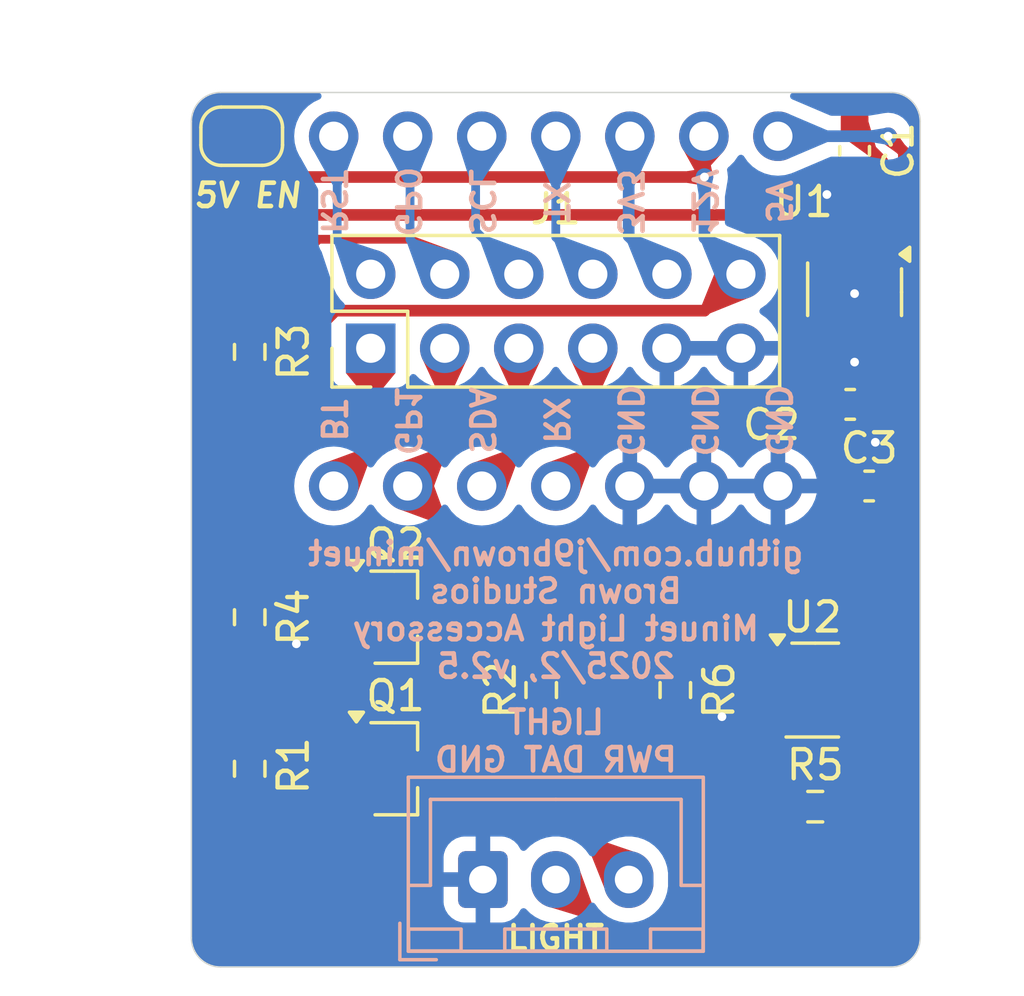
<source format=kicad_pcb>
(kicad_pcb (version 20240108) (generator "pcbnew") (generator_version "8.0")
  (layers (0 "F.Cu" signal) (31 "B.Cu" signal) (34 "B.Paste" user) (35 "F.Paste" user) (36 "B.SilkS" user "B.Silkscreen") (37 "F.SilkS" user "F.Silkscreen") (38 "B.Mask" user) (39 "F.Mask" user) (44 "Edge.Cuts" user))
  (net 0 "")
  (net 1 "+12V")
  (net 2 "GND")
  (net 3 "+5V")
  (net 4 "UART_RXD")
  (net 5 "RESET")
  (net 6 "+3.3V")
  (net 7 "SDA")
  (net 8 "GPIO1")
  (net 9 "SCL")
  (net 10 "UART_TXD")
  (net 11 "BOOT")
  (net 12 "GPIO0")
  (net 13 "Net-(U1-BP)")
  (net 14 "/LOAD")
  (net 15 "Net-(Q1-G)")
  (net 16 "Net-(Q2-B)")
  (net 17 "/DATA")
  (net 18 "Net-(Q2-C)")
  (net 19 "Net-(R5-Pad2)")
  (net 21 "Net-(JP1-A)")
  (footprint "Package_TO_SOT_SMD:SOT-23_Handsoldering" (layer "F.Cu") (at 107 123.2)
    (property "Reference" "Q1" (at 0 -2.5 0) (layer "F.SilkS"))
    (property "Value" "DMG2301L")
    (fp_line (start -0.04 -1.58) (end -0.84 -1.58) (stroke (width 0.12)) (layer "F.SilkS"))
    (fp_line (start -0.04 -1.58) (end 0.76 -1.58) (stroke (width 0.12)) (layer "F.SilkS"))
    (fp_line (start 0.76 -1.58) (end 0.76 -0.65) (stroke (width 0.12)) (layer "F.SilkS"))
    (fp_line (start 0.76 1.58) (end -0.7 1.58) (stroke (width 0.12)) (layer "F.SilkS"))
    (fp_line (start 0.76 1.58) (end 0.76 0.65) (stroke (width 0.12)) (layer "F.SilkS"))
    (fp_poly (pts (xy -1.34 -1.61) (xy -1.58 -1.94) (xy -1.1 -1.94) (xy -1.34 -1.61)) (stroke (width 0.12)) (fill solid) (layer "F.SilkS"))
    (pad "1" smd roundrect (at -1.5 -0.95) (size 1.9 0.8) (layers "F.Cu" "F.Paste" "F.Mask") (net 15 "Net-(Q1-G)"))
    (pad "2" smd roundrect (at -1.5 0.95) (size 1.9 0.8) (layers "F.Cu" "F.Paste" "F.Mask") (net 1 "+12V"))
    (pad "3" smd roundrect (at 1.5 0) (size 1.9 0.8) (layers "F.Cu" "F.Paste" "F.Mask") (net 14 "/LOAD"))
  )
  (footprint "Connector_PinHeader_2.54mm:PinHeader_2x06_P2.54mm_Vertical" (layer "F.Cu") (at 106.15 108.775 90)
    (property "Reference" "J1" (at 4.775 6.35 180) (layer "F.SilkS"))
    (property "Value" "PH2-12-UA")
    (fp_line (start 3.87 -1.33) (end 3.87 14.03) (stroke (width 0.12)) (layer "F.SilkS"))
    (fp_line (start 1.27 -1.33) (end 3.87 -1.33) (stroke (width 0.12)) (layer "F.SilkS"))
    (fp_line (start -1.33 -1.33) (end 0 -1.33) (stroke (width 0.12)) (layer "F.SilkS"))
    (fp_line (start -1.33 0) (end -1.33 -1.33) (stroke (width 0.12)) (layer "F.SilkS"))
    (fp_line (start 1.27 1.27) (end 1.27 -1.33) (stroke (width 0.12)) (layer "F.SilkS"))
    (fp_line (start -1.33 1.27) (end 1.27 1.27) (stroke (width 0.12)) (layer "F.SilkS"))
    (fp_line (start -1.33 1.27) (end -1.33 14.03) (stroke (width 0.12)) (layer "F.SilkS"))
    (fp_line (start -1.33 14.03) (end 3.87 14.03) (stroke (width 0.12)) (layer "F.SilkS"))
    (pad "1" thru_hole rect (at 0 0 90) (size 1.7 1.7) (drill 1) (layers "*.Cu" "*.Mask") (net 11 "BOOT"))
    (pad "2" thru_hole oval (at 2.54 0 90) (size 1.7 1.7) (drill 1) (layers "*.Cu" "*.Mask") (net 5 "RESET"))
    (pad "3" thru_hole oval (at 0 2.54 90) (size 1.7 1.7) (drill 1) (layers "*.Cu" "*.Mask") (net 8 "GPIO1"))
    (pad "4" thru_hole oval (at 2.54 2.54 90) (size 1.7 1.7) (drill 1) (layers "*.Cu" "*.Mask") (net 12 "GPIO0"))
    (pad "5" thru_hole oval (at 0 5.08 90) (size 1.7 1.7) (drill 1) (layers "*.Cu" "*.Mask") (net 7 "SDA"))
    (pad "6" thru_hole oval (at 2.54 5.08 90) (size 1.7 1.7) (drill 1) (layers "*.Cu" "*.Mask") (net 9 "SCL"))
    (pad "7" thru_hole oval (at 0 7.62 90) (size 1.7 1.7) (drill 1) (layers "*.Cu" "*.Mask") (net 4 "UART_RXD"))
    (pad "8" thru_hole oval (at 2.54 7.62 90) (size 1.7 1.7) (drill 1) (layers "*.Cu" "*.Mask") (net 10 "UART_TXD"))
    (pad "9" thru_hole oval (at 0 10.16 90) (size 1.7 1.7) (drill 1) (layers "*.Cu" "*.Mask") (net 2 "GND"))
    (pad "10" thru_hole oval (at 2.54 10.16 90) (size 1.7 1.7) (drill 1) (layers "*.Cu" "*.Mask") (net 6 "+3.3V"))
    (pad "11" thru_hole oval (at 0 12.7 90) (size 1.7 1.7) (drill 1) (layers "*.Cu" "*.Mask") (net 2 "GND"))
    (pad "12" thru_hole oval (at 2.54 12.7 90) (size 1.7 1.7) (drill 1) (layers "*.Cu" "*.Mask") (net 1 "+12V"))
  )
  (footprint "Resistor_SMD:R_0603_1608Metric_Pad0.98x0.95mm_HandSolder" (layer "F.Cu") (at 116.6 120.5 90)
    (property "Reference" "R6" (at 0 1.5 90) (layer "F.SilkS"))
    (property "Value" "100K")
    (fp_line (start -0.254724 -0.5225) (end 0.254724 -0.5225) (stroke (width 0.12)) (layer "F.SilkS"))
    (fp_line (start -0.254724 0.5225) (end 0.254724 0.5225) (stroke (width 0.12)) (layer "F.SilkS"))
    (pad "1" smd roundrect (at -0.9125 0 90) (size 0.975 0.95) (layers "F.Cu" "F.Paste" "F.Mask") (net 2 "GND"))
    (pad "2" smd roundrect (at 0.9125 0 90) (size 0.975 0.95) (layers "F.Cu" "F.Paste" "F.Mask") (net 8 "GPIO1"))
  )
  (footprint "Package_TO_SOT_SMD:SOT-23-5_HandSoldering" (layer "F.Cu") (at 121.3 120.5)
    (property "Reference" "U2" (at 0 -2.5 0) (layer "F.SilkS"))
    (property "Value" "SN74LVC1G17DBVR")
    (fp_line (start -0.9 1.61) (end 0.9 1.61) (stroke (width 0.12)) (layer "F.SilkS"))
    (fp_line (start 0.1 -1.61) (end -0.7 -1.61) (stroke (width 0.12)) (layer "F.SilkS"))
    (fp_line (start 0.1 -1.61) (end 0.9 -1.61) (stroke (width 0.12)) (layer "F.SilkS"))
    (fp_poly (pts (xy -1.2 -1.56) (xy -1.44 -1.89) (xy -0.96 -1.89) (xy -1.2 -1.56)) (stroke (width 0.12)) (fill solid) (layer "F.SilkS"))
    (pad "1" smd roundrect (at -1.35 -0.95) (size 1.56 0.65) (layers "F.Cu" "F.Paste" "F.Mask"))
    (pad "2" smd roundrect (at -1.35 0) (size 1.56 0.65) (layers "F.Cu" "F.Paste" "F.Mask") (net 8 "GPIO1"))
    (pad "3" smd roundrect (at -1.35 0.95) (size 1.56 0.65) (layers "F.Cu" "F.Paste" "F.Mask") (net 2 "GND"))
    (pad "4" smd roundrect (at 1.35 0.95) (size 1.56 0.65) (layers "F.Cu" "F.Paste" "F.Mask") (net 19 "Net-(R5-Pad2)"))
    (pad "5" smd roundrect (at 1.35 -0.95) (size 1.56 0.65) (layers "F.Cu" "F.Paste" "F.Mask") (net 3 "+5V"))
  )
  (footprint "Jumper:SolderJumper-2_P1.3mm_Bridged_RoundedPad1.0x1.5mm" (layer "F.Cu") (at 101.724999 101.5)
    (property "Reference" "JP1" (hide yes))
    (property "Value" "SolderJumper_2_Open")
    (fp_poly (pts (xy 0.25 -0.3) (xy -0.25 -0.3) (xy -0.25 0.3) (xy 0.25 0.3)) (fill solid) (layer "F.Cu"))
    (fp_line (start -1.4 0.3) (end -1.4 -0.3) (stroke (width 0.12)) (layer "F.SilkS"))
    (fp_line (start -0.7 -1) (end 0.7 -1) (stroke (width 0.12)) (layer "F.SilkS"))
    (fp_line (start 0.7 1) (end -0.7 1) (stroke (width 0.12)) (layer "F.SilkS"))
    (fp_line (start 1.4 -0.3) (end 1.4 0.3) (stroke (width 0.12)) (layer "F.SilkS"))
    (fp_arc (start -1.4 -0.3) (mid -1.194975 -0.794975) (end -0.7 -1) (stroke (width 0.12)) (layer "F.SilkS"))
    (fp_arc (start -0.7 1) (mid -1.194975 0.794975) (end -1.4 0.3) (stroke (width 0.12)) (layer "F.SilkS"))
    (fp_arc (start 0.7 -1) (mid 1.194975 -0.794975) (end 1.4 -0.3) (stroke (width 0.12)) (layer "F.SilkS"))
    (fp_arc (start 1.4 0.3) (mid 1.194975 0.794975) (end 0.7 1) (stroke (width 0.12)) (layer "F.SilkS"))
    (pad "1" smd custom (at -0.65 0) (size 1 0.5) (layers "F.Cu" "F.Mask") (net 21 "Net-(JP1-A)") (options (clearance outline) (anchor rect)) (primitives (gr_circle (center 0 0.25) (end 0.5 0.25) (width 0) (fill yes)) (gr_circle (center 0 -0.25) (end 0.5 -0.25) (width 0) (fill yes)) (gr_poly (pts (xy 0.5 0.75) (xy 0 0.75) (xy 0 -0.75) (xy 0.5 -0.75)) (width 0) (fill yes))))
    (pad "2" smd custom (at 0.65 0) (size 1 0.5) (layers "F.Cu" "F.Mask") (net 1 "+12V") (options (clearance outline) (anchor rect)) (primitives (gr_circle (center 0 0.25) (end 0.5 0.25) (width 0) (fill yes)) (gr_circle (center 0 -0.25) (end 0.5 -0.25) (width 0) (fill yes)) (gr_poly (pts (xy 0 0.75) (xy -0.5 0.75) (xy -0.5 -0.75) (xy 0 -0.75)) (width 0) (fill yes))))
  )
  (footprint "Capacitor_SMD:C_0603_1608Metric_Pad1.08x0.95mm_HandSolder" (layer "F.Cu") (at 123.25 113.5)
    (property "Reference" "C3" (at 0 -1.3 0) (layer "F.SilkS"))
    (property "Value" "2.2u")
    (fp_line (start -0.146267 -0.51) (end 0.146267 -0.51) (stroke (width 0.12)) (layer "F.SilkS"))
    (fp_line (start -0.146267 0.51) (end 0.146267 0.51) (stroke (width 0.12)) (layer "F.SilkS"))
    (pad "1" smd roundrect (at -0.8625 0) (size 1.075 0.95) (layers "F.Cu" "F.Paste" "F.Mask") (net 2 "GND"))
    (pad "2" smd roundrect (at 0.8625 0) (size 1.075 0.95) (layers "F.Cu" "F.Paste" "F.Mask") (net 3 "+5V"))
  )
  (footprint "Resistor_SMD:R_0603_1608Metric_Pad0.98x0.95mm_HandSolder" (layer "F.Cu") (at 102 123.2 90)
    (property "Reference" "R1" (at 0.1 1.5 90) (layer "F.SilkS"))
    (property "Value" "10K")
    (fp_line (start -0.254724 -0.5225) (end 0.254724 -0.5225) (stroke (width 0.12)) (layer "F.SilkS"))
    (fp_line (start -0.254724 0.5225) (end 0.254724 0.5225) (stroke (width 0.12)) (layer "F.SilkS"))
    (pad "1" smd roundrect (at -0.9125 0 90) (size 0.975 0.95) (layers "F.Cu" "F.Paste" "F.Mask") (net 1 "+12V"))
    (pad "2" smd roundrect (at 0.9125 0 90) (size 0.975 0.95) (layers "F.Cu" "F.Paste" "F.Mask") (net 15 "Net-(Q1-G)"))
  )
  (footprint "Capacitor_SMD:C_0603_1608Metric_Pad1.08x0.95mm_HandSolder" (layer "F.Cu") (at 122.6 110.7 180)
    (property "Reference" "C2" (at 2.7 -0.7 0) (layer "F.SilkS"))
    (property "Value" "10n")
    (fp_line (start -0.146267 0.51) (end 0.146267 0.51) (stroke (width 0.12)) (layer "F.SilkS"))
    (fp_line (start -0.146267 -0.51) (end 0.146267 -0.51) (stroke (width 0.12)) (layer "F.SilkS"))
    (pad "1" smd roundrect (at -0.8625 0 180) (size 1.075 0.95) (layers "F.Cu" "F.Paste" "F.Mask") (net 2 "GND"))
    (pad "2" smd roundrect (at 0.8625 0 180) (size 1.075 0.95) (layers "F.Cu" "F.Paste" "F.Mask") (net 13 "Net-(U1-BP)"))
  )
  (footprint "Package_TO_SOT_SMD:SOT-23-5_HandSoldering" (layer "F.Cu") (at 122.75 106.75 -90)
    (property "Reference" "U1" (at -3 1.75 180) (layer "F.SilkS"))
    (property "Value" "LP2985-50DBVR")
    (fp_line (start -0.9 1.61) (end 0.9 1.61) (stroke (width 0.12)) (layer "F.SilkS"))
    (fp_line (start 0.1 -1.61) (end -0.7 -1.61) (stroke (width 0.12)) (layer "F.SilkS"))
    (fp_line (start 0.1 -1.61) (end 0.9 -1.61) (stroke (width 0.12)) (layer "F.SilkS"))
    (fp_poly (pts (xy -1.2 -1.56) (xy -1.44 -1.89) (xy -0.96 -1.89) (xy -1.2 -1.56)) (stroke (width 0.12)) (fill solid) (layer "F.SilkS"))
    (pad "1" smd roundrect (at -1.35 -0.95 270) (size 1.56 0.65) (layers "F.Cu" "F.Paste" "F.Mask") (net 21 "Net-(JP1-A)"))
    (pad "2" smd roundrect (at -1.35 0 270) (size 1.56 0.65) (layers "F.Cu" "F.Paste" "F.Mask") (net 2 "GND"))
    (pad "3" smd roundrect (at -1.35 0.95 270) (size 1.56 0.65) (layers "F.Cu" "F.Paste" "F.Mask") (net 21 "Net-(JP1-A)"))
    (pad "4" smd roundrect (at 1.35 0.95 270) (size 1.56 0.65) (layers "F.Cu" "F.Paste" "F.Mask") (net 13 "Net-(U1-BP)"))
    (pad "5" smd roundrect (at 1.35 -0.95 270) (size 1.56 0.65) (layers "F.Cu" "F.Paste" "F.Mask") (net 3 "+5V"))
  )
  (footprint "Package_TO_SOT_SMD:SOT-23_Handsoldering" (layer "F.Cu") (at 107 118)
    (property "Reference" "Q2" (at 0 -2.5 0) (layer "F.SilkS"))
    (property "Value" "MMBT3904")
    (fp_line (start -0.04 -1.58) (end -0.84 -1.58) (stroke (width 0.12)) (layer "F.SilkS"))
    (fp_line (start -0.04 -1.58) (end 0.76 -1.58) (stroke (width 0.12)) (layer "F.SilkS"))
    (fp_line (start 0.76 -1.58) (end 0.76 -0.65) (stroke (width 0.12)) (layer "F.SilkS"))
    (fp_line (start 0.76 1.58) (end -0.7 1.58) (stroke (width 0.12)) (layer "F.SilkS"))
    (fp_line (start 0.76 1.58) (end 0.76 0.65) (stroke (width 0.12)) (layer "F.SilkS"))
    (fp_poly (pts (xy -1.34 -1.61) (xy -1.58 -1.94) (xy -1.1 -1.94) (xy -1.34 -1.61)) (stroke (width 0.12)) (fill solid) (layer "F.SilkS"))
    (pad "1" smd roundrect (at -1.5 -0.95) (size 1.9 0.8) (layers "F.Cu" "F.Paste" "F.Mask") (net 16 "Net-(Q2-B)"))
    (pad "2" smd roundrect (at -1.5 0.95) (size 1.9 0.8) (layers "F.Cu" "F.Paste" "F.Mask") (net 2 "GND"))
    (pad "3" smd roundrect (at 1.5 0) (size 1.9 0.8) (layers "F.Cu" "F.Paste" "F.Mask") (net 18 "Net-(Q2-C)"))
  )
  (footprint "Resistor_SMD:R_0603_1608Metric_Pad0.98x0.95mm_HandSolder" (layer "F.Cu") (at 102 108.9 90)
    (property "Reference" "R3" (at 0 1.5 90) (layer "F.SilkS"))
    (property "Value" "10K")
    (fp_line (start -0.254724 -0.5225) (end 0.254724 -0.5225) (stroke (width 0.12)) (layer "F.SilkS"))
    (fp_line (start -0.254724 0.5225) (end 0.254724 0.5225) (stroke (width 0.12)) (layer "F.SilkS"))
    (pad "1" smd roundrect (at -0.9125 0 90) (size 0.975 0.95) (layers "F.Cu" "F.Paste" "F.Mask") (net 16 "Net-(Q2-B)"))
    (pad "2" smd roundrect (at 0.9125 0 90) (size 0.975 0.95) (layers "F.Cu" "F.Paste" "F.Mask") (net 12 "GPIO0"))
  )
  (footprint "Resistor_SMD:R_0603_1608Metric_Pad0.98x0.95mm_HandSolder" (layer "F.Cu") (at 102 118 90)
    (property "Reference" "R4" (at 0 1.5 90) (layer "F.SilkS"))
    (property "Value" "100K")
    (fp_line (start -0.254724 -0.5225) (end 0.254724 -0.5225) (stroke (width 0.12)) (layer "F.SilkS"))
    (fp_line (start -0.254724 0.5225) (end 0.254724 0.5225) (stroke (width 0.12)) (layer "F.SilkS"))
    (pad "1" smd roundrect (at -0.9125 0 90) (size 0.975 0.95) (layers "F.Cu" "F.Paste" "F.Mask") (net 2 "GND"))
    (pad "2" smd roundrect (at 0.9125 0 90) (size 0.975 0.95) (layers "F.Cu" "F.Paste" "F.Mask") (net 16 "Net-(Q2-B)"))
  )
  (footprint "Capacitor_SMD:C_0603_1608Metric_Pad1.08x0.95mm_HandSolder" (layer "F.Cu") (at 122.75 102 -90)
    (property "Reference" "C1" (at 0 -1.5 90) (layer "F.SilkS"))
    (property "Value" "1u")
    (fp_line (start -0.146267 0.51) (end 0.146267 0.51) (stroke (width 0.12)) (layer "F.SilkS"))
    (fp_line (start -0.146267 -0.51) (end 0.146267 -0.51) (stroke (width 0.12)) (layer "F.SilkS"))
    (pad "1" smd roundrect (at -0.8625 0 270) (size 1.075 0.95) (layers "F.Cu" "F.Paste" "F.Mask") (net 21 "Net-(JP1-A)"))
    (pad "2" smd roundrect (at 0.8625 0 270) (size 1.075 0.95) (layers "F.Cu" "F.Paste" "F.Mask") (net 2 "GND"))
  )
  (footprint "Resistor_SMD:R_0603_1608Metric_Pad0.98x0.95mm_HandSolder" (layer "F.Cu") (at 112 120.5 -90)
    (property "Reference" "R2" (at 0 1.4 90) (layer "F.SilkS"))
    (property "Value" "10K")
    (fp_line (start -0.254724 0.5225) (end 0.254724 0.5225) (stroke (width 0.12)) (layer "F.SilkS"))
    (fp_line (start -0.254724 -0.5225) (end 0.254724 -0.5225) (stroke (width 0.12)) (layer "F.SilkS"))
    (pad "1" smd roundrect (at -0.9125 0 270) (size 0.975 0.95) (layers "F.Cu" "F.Paste" "F.Mask") (net 18 "Net-(Q2-C)"))
    (pad "2" smd roundrect (at 0.9125 0 270) (size 0.975 0.95) (layers "F.Cu" "F.Paste" "F.Mask") (net 15 "Net-(Q1-G)"))
  )
  (footprint "Resistor_SMD:R_0603_1608Metric_Pad0.98x0.95mm_HandSolder" (layer "F.Cu") (at 121.4 124.5)
    (property "Reference" "R5" (at 0 -1.43 0) (layer "F.SilkS"))
    (property "Value" "33")
    (fp_line (start -0.254724 -0.5225) (end 0.254724 -0.5225) (stroke (width 0.12)) (layer "F.SilkS"))
    (fp_line (start -0.254724 0.5225) (end 0.254724 0.5225) (stroke (width 0.12)) (layer "F.SilkS"))
    (pad "1" smd roundrect (at -0.9125 0) (size 0.975 0.95) (layers "F.Cu" "F.Paste" "F.Mask") (net 17 "/DATA"))
    (pad "2" smd roundrect (at 0.9125 0) (size 0.975 0.95) (layers "F.Cu" "F.Paste" "F.Mask") (net 19 "Net-(R5-Pad2)"))
  )
  (footprint "Generic:Pins_1x07" (layer "B.Cu") (at 104.88 113.5 -90)
    (property "Reference" "J2" (hide yes))
    (property "Value" "Conn_01x07")
    (pad "1" thru_hole circle (at 0 0 270) (size 1.7 1.7) (drill 1) (layers "*.Cu" "*.Mask") (net 11 "BOOT"))
    (pad "2" thru_hole oval (at 0 -2.54 270) (size 1.7 1.7) (drill 1) (layers "*.Cu" "*.Mask") (net 8 "GPIO1"))
    (pad "3" thru_hole oval (at 0 -5.079999 270) (size 1.7 1.7) (drill 1) (layers "*.Cu" "*.Mask") (net 7 "SDA"))
    (pad "4" thru_hole oval (at 0 -7.62 270) (size 1.7 1.7) (drill 1) (layers "*.Cu" "*.Mask") (net 4 "UART_RXD"))
    (pad "5" thru_hole oval (at 0 -10.16 270) (size 1.7 1.7) (drill 1) (layers "*.Cu" "*.Mask") (net 2 "GND"))
    (pad "6" thru_hole oval (at 0 -12.7 270) (size 1.7 1.7) (drill 1) (layers "*.Cu" "*.Mask") (net 2 "GND"))
    (pad "7" thru_hole oval (at 0 -15.24 270) (size 1.7 1.7) (drill 1) (layers "*.Cu" "*.Mask") (net 2 "GND"))
  )
  (footprint "Connector_JST:JST_XH_B3B-XH-A_1x03_P2.50mm_Vertical" (layer "B.Cu") (at 110 127)
    (property "Reference" "J4" (hide yes))
    (property "Value" "B3B-XH-A")
    (fp_line (start -2.85 1.5) (end -2.85 2.75) (stroke (width 0.12)) (layer "B.SilkS"))
    (fp_line (start -2.85 2.75) (end -1.6 2.75) (stroke (width 0.12)) (layer "B.SilkS"))
    (fp_line (start -2.56 -3.51) (end -2.56 2.46) (stroke (width 0.12)) (layer "B.SilkS"))
    (fp_line (start -2.56 2.46) (end 7.56 2.46) (stroke (width 0.12)) (layer "B.SilkS"))
    (fp_line (start -2.55 1.7) (end -2.55 2.45) (stroke (width 0.12)) (layer "B.SilkS"))
    (fp_line (start -2.55 2.45) (end -0.75 2.45) (stroke (width 0.12)) (layer "B.SilkS"))
    (fp_line (start -1.8 -2.75) (end -1.8 0.2) (stroke (width 0.12)) (layer "B.SilkS"))
    (fp_line (start -1.8 0.2) (end -2.55 0.2) (stroke (width 0.12)) (layer "B.SilkS"))
    (fp_line (start -0.75 1.7) (end -2.55 1.7) (stroke (width 0.12)) (layer "B.SilkS"))
    (fp_line (start -0.75 2.45) (end -0.75 1.7) (stroke (width 0.12)) (layer "B.SilkS"))
    (fp_line (start 0.75 1.7) (end 0.75 2.45) (stroke (width 0.12)) (layer "B.SilkS"))
    (fp_line (start 0.75 2.45) (end 4.25 2.45) (stroke (width 0.12)) (layer "B.SilkS"))
    (fp_line (start 2.5 -2.75) (end -1.8 -2.75) (stroke (width 0.12)) (layer "B.SilkS"))
    (fp_line (start 2.5 -2.75) (end 6.8 -2.75) (stroke (width 0.12)) (layer "B.SilkS"))
    (fp_line (start 4.25 1.7) (end 0.75 1.7) (stroke (width 0.12)) (layer "B.SilkS"))
    (fp_line (start 4.25 2.45) (end 4.25 1.7) (stroke (width 0.12)) (layer "B.SilkS"))
    (fp_line (start 5.75 1.7) (end 5.75 2.45) (stroke (width 0.12)) (layer "B.SilkS"))
    (fp_line (start 5.75 2.45) (end 7.55 2.45) (stroke (width 0.12)) (layer "B.SilkS"))
    (fp_line (start 6.8 -2.75) (end 6.8 0.2) (stroke (width 0.12)) (layer "B.SilkS"))
    (fp_line (start 6.8 0.2) (end 7.55 0.2) (stroke (width 0.12)) (layer "B.SilkS"))
    (fp_line (start 7.55 1.7) (end 5.75 1.7) (stroke (width 0.12)) (layer "B.SilkS"))
    (fp_line (start 7.55 2.45) (end 7.55 1.7) (stroke (width 0.12)) (layer "B.SilkS"))
    (fp_line (start 7.56 -3.51) (end -2.56 -3.51) (stroke (width 0.12)) (layer "B.SilkS"))
    (fp_line (start 7.56 2.46) (end 7.56 -3.51) (stroke (width 0.12)) (layer "B.SilkS"))
    (pad "1" thru_hole roundrect (at 0 0) (size 1.7 1.95) (drill 0.95) (layers "*.Cu" "*.Mask") (roundrect_rratio 0.147059) (net 2 "GND"))
    (pad "2" thru_hole oval (at 2.5 0) (size 1.7 1.95) (drill 0.95) (layers "*.Cu" "*.Mask") (net 17 "/DATA"))
    (pad "3" thru_hole oval (at 5 0) (size 1.7 1.95) (drill 0.95) (layers "*.Cu" "*.Mask") (net 14 "/LOAD"))
  )
  (footprint "Generic:Pins_1x07" (layer "B.Cu") (at 104.88 101.5 -90)
    (property "Reference" "J3" (hide yes))
    (property "Value" "Conn_01x07")
    (pad "1" thru_hole circle (at 0 0 270) (size 1.7 1.7) (drill 1) (layers "*.Cu" "*.Mask") (net 5 "RESET"))
    (pad "2" thru_hole oval (at 0 -2.54 270) (size 1.7 1.7) (drill 1) (layers "*.Cu" "*.Mask") (net 12 "GPIO0"))
    (pad "3" thru_hole oval (at 0 -5.079999 270) (size 1.7 1.7) (drill 1) (layers "*.Cu" "*.Mask") (net 9 "SCL"))
    (pad "4" thru_hole oval (at 0 -7.62 270) (size 1.7 1.7) (drill 1) (layers "*.Cu" "*.Mask") (net 10 "UART_TXD"))
    (pad "5" thru_hole oval (at 0 -10.16 270) (size 1.7 1.7) (drill 1) (layers "*.Cu" "*.Mask") (net 6 "+3.3V"))
    (pad "6" thru_hole oval (at 0 -12.7 270) (size 1.7 1.7) (drill 1) (layers "*.Cu" "*.Mask") (net 1 "+12V"))
    (pad "7" thru_hole oval (at 0 -15.24 270) (size 1.7 1.7) (drill 1) (layers "*.Cu" "*.Mask") (net 3 "+5V"))
  )
  (gr_arc (start 125 129) (mid 124.707107 129.707107) (end 124 130) (stroke (width 0.05)) (layer "Edge.Cuts"))
  (gr_arc (start 101 130) (mid 100.292893 129.707107) (end 100 129) (stroke (width 0.05)) (layer "Edge.Cuts"))
  (gr_arc (start 124 100) (mid 124.707107 100.292893) (end 125 101) (stroke (width 0.05)) (layer "Edge.Cuts"))
  (gr_line (start 100 129) (end 100 101) (stroke (width 0.05)) (layer "Edge.Cuts"))
  (gr_line (start 124 130) (end 101 130) (stroke (width 0.05)) (layer "Edge.Cuts"))
  (gr_arc (start 100 101) (mid 100.292893 100.292893) (end 101 100) (stroke (width 0.05)) (layer "Edge.Cuts"))
  (gr_line (start 101 100) (end 124 100) (stroke (width 0.05)) (layer "Edge.Cuts"))
  (gr_line (start 125 101) (end 125 129) (stroke (width 0.05)) (layer "Edge.Cuts"))
  (gr_text "github.com/j9brown/minuet\nBrown Studios\nMinuet Light Accessory\n2025/2, v2.5" (at 112.5 117.75 0) (layer "B.SilkS") (effects (font (size 0.8 0.8) (thickness 0.16) (bold yes)) (justify mirror)))
  (gr_text "GND\n\nGND\n\nGND\n\nRX\n\nSDA\n\nGP1\n\nBT" (at 112.5 111.25 270) (layer "B.SilkS") (effects (font (size 0.79 0.8) (thickness 0.158) (bold yes)) (justify mirror)))
  (gr_text "5V\n\n12V\n\n3V3\n\nTX\n\nSCL\n\nGP0\n\nRST" (at 112.5 103.75 270) (layer "B.SilkS") (effects (font (size 0.79 0.8) (thickness 0.158) (bold yes)) (justify mirror)))
  (gr_text "LIGHT\nPWR DAT GND" (at 112.5 122.25 0) (layer "B.SilkS") (effects (font (size 0.8 0.8) (thickness 0.16) (bold yes)) (justify mirror)))
  (gr_text "LIGHT" (at 112.5 129 0) (layer "F.SilkS") (effects (font (size 0.8 0.8) (thickness 0.16) (bold yes))))
  (gr_text "5V EN" (at 100 104 0) (layer "F.SilkS") (effects (font (size 0.8 0.8) (thickness 0.16) (bold yes) (italic yes)) (justify left bottom)))
  (segment (start 117.58 101.5) (end 117.58 102.9) (width 0.4) (layer "F.Cu") (net 1))
  (segment (start 101.491858 108.875) (end 103.55 108.875) (width 0.4) (layer "F.Cu") (net 1))
  (segment (start 117.6 107.485) (end 118.85 106.235) (width 0.4) (layer "F.Cu") (net 1))
  (segment (start 102 124.1125) (end 105.4625 124.1125) (width 0.4) (layer "F.Cu") (net 1))
  (segment (start 100.7 122.8125) (end 100.7 109.666858) (width 0.4) (layer "F.Cu") (net 1))
  (segment (start 103.55 108.875) (end 104.94 107.485) (width 0.4) (layer "F.Cu") (net 1))
  (segment (start 102.374999 101.5) (end 102.374999 102.374999) (width 0.4) (layer "F.Cu") (net 1))
  (segment (start 102.9 102.9) (end 117.58 102.9) (width 0.4) (layer "F.Cu") (net 1))
  (segment (start 102.374999 102.374999) (end 102.9 102.9) (width 0.4) (layer "F.Cu") (net 1))
  (segment (start 100.7 109.666858) (end 101.491858 108.875) (width 0.4) (layer "F.Cu") (net 1))
  (segment (start 117.6 102.9) (end 117.58 102.9) (width 0.4) (layer "F.Cu") (net 1))
  (segment (start 102 124.1125) (end 100.7 122.8125) (width 0.4) (layer "F.Cu") (net 1))
  (segment (start 104.94 107.485) (end 117.6 107.485) (width 0.4) (layer "F.Cu") (net 1))
  (via (at 117.6 102.9) (size 0.6) (drill 0.3) (layers "F.Cu" "B.Cu") (net 1))
  (segment (start 117.6 102.9) (end 117.6 104.985) (width 0.4) (layer "B.Cu") (net 1))
  (segment (start 117.6 104.985) (end 118.85 106.235) (width 0.4) (layer "B.Cu") (net 1))
  (segment (start 102 118.9125) (end 103.6 118.9125) (width 0.4) (layer "F.Cu") (net 2))
  (segment (start 122.75 109.25) (end 122.75 106.9) (width 0.4) (layer "F.Cu") (net 2))
  (segment (start 103.6 118.9125) (end 105.4625 118.9125) (width 0.4) (layer "F.Cu") (net 2))
  (segment (start 122.75 109.9875) (end 123.4625 110.7) (width 0.4) (layer "F.Cu") (net 2))
  (segment (start 118.2 121.4125) (end 119.9125 121.4125) (width 0.4) (layer "F.Cu") (net 2))
  (segment (start 122.75 109.25) (end 122.75 109.9875) (width 0.4) (layer "F.Cu") (net 2))
  (segment (start 123.4625 112) (end 123.4625 112.425) (width 0.4) (layer "F.Cu") (net 2))
  (segment (start 122.75 102.8625) (end 122.4375 102.8625) (width 0.4) (layer "F.Cu") (net 2))
  (segment (start 122.4375 102.8625) (end 121.8 103.5) (width 0.4) (layer "F.Cu") (net 2))
  (segment (start 123.4625 112.425) (end 122.3875 113.5) (width 0.4) (layer "F.Cu") (net 2))
  (segment (start 123.4625 110.7) (end 123.4625 112) (width 0.4) (layer "F.Cu") (net 2))
  (segment (start 122.75 105.4) (end 122.75 106.9) (width 0.4) (layer "F.Cu") (net 2))
  (segment (start 116.6 121.4125) (end 118.2 121.4125) (width 0.4) (layer "F.Cu") (net 2))
  (via (at 103.6 118.9125) (size 0.6) (drill 0.3) (layers "F.Cu" "B.Cu") (net 2))
  (via (at 122.75 106.9) (size 0.6) (drill 0.3) (layers "F.Cu" "B.Cu") (net 2))
  (via (at 118.2 121.4125) (size 0.6) (drill 0.3) (layers "F.Cu" "B.Cu") (net 2))
  (via (at 122.75 109.25) (size 0.6) (drill 0.3) (layers "F.Cu" "B.Cu") (net 2))
  (via (at 123.4625 112) (size 0.6) (drill 0.3) (layers "F.Cu" "B.Cu") (net 2))
  (via (at 121.8 103.5) (size 0.6) (drill 0.3) (layers "F.Cu" "B.Cu") (net 2))
  (segment (start 124.44 108.1) (end 124.44 102.04001) (width 0.4) (layer "F.Cu") (net 3))
  (segment (start 122.65 119.55) (end 124.1125 118.0875) (width 0.4) (layer "F.Cu") (net 3))
  (segment (start 124.1125 118.0875) (end 124.1125 113.5) (width 0.4) (layer "F.Cu") (net 3))
  (segment (start 123.7 108.1) (end 124.44 108.1) (width 0.4) (layer "F.Cu") (net 3))
  (segment (start 124.44 113.1725) (end 124.1125 113.5) (width 0.4) (layer "F.Cu") (net 3))
  (segment (start 124.44 108.1) (end 124.44 113.1725) (width 0.4) (layer "F.Cu") (net 3))
  (segment (start 124.44 102.04001) (end 123.89999 101.5) (width 0.4) (layer "F.Cu") (net 3))
  (via (at 123.89999 101.5) (size 0.6) (drill 0.3) (layers "F.Cu" "B.Cu") (net 3))
  (segment (start 120.12 101.5) (end 123.89999 101.5) (width 0.4) (layer "B.Cu") (net 3))
  (segment (start 113.77 108.775) (end 113.77 112.23) (width 0.3) (layer "F.Cu") (net 4))
  (segment (start 113.77 112.23) (end 112.5 113.5) (width 0.3) (layer "F.Cu") (net 4))
  (segment (start 106.15 106.235) (end 105 105.085) (width 0.3) (layer "B.Cu") (net 5))
  (segment (start 105 105.085) (end 105 101.62) (width 0.3) (layer "B.Cu") (net 5))
  (segment (start 116.31 106.235) (end 115 104.925) (width 0.4) (layer "B.Cu") (net 6))
  (segment (start 115 104.925) (end 115 101.54) (width 0.4) (layer "B.Cu") (net 6))
  (segment (start 111.229999 108.775) (end 111.229999 112.23) (width 0.3) (layer "F.Cu") (net 7))
  (segment (start 111.229999 112.23) (end 109.959999 113.5) (width 0.3) (layer "F.Cu") (net 7))
  (segment (start 109.22 115.3) (end 112.3125 115.3) (width 0.3) (layer "F.Cu") (net 8))
  (segment (start 107.42 113.5) (end 109.22 115.3) (width 0.3) (layer "F.Cu") (net 8))
  (segment (start 108.69 108.775) (end 108.69 112.23) (width 0.3) (layer "F.Cu") (net 8))
  (segment (start 117.5125 120.5) (end 119.95 120.5) (width 0.3) (layer "F.Cu") (net 8))
  (segment (start 116.6 119.5875) (end 117.5125 120.5) (width 0.3) (layer "F.Cu") (net 8))
  (segment (start 112.3125 115.3) (end 116.6 119.5875) (width 0.3) (layer "F.Cu") (net 8))
  (segment (start 108.69 112.23) (end 107.42 113.5) (width 0.3) (layer "F.Cu") (net 8))
  (segment (start 111.23 106.235) (end 109.75 104.755) (width 0.3) (layer "B.Cu") (net 9))
  (segment (start 109.75 104.755) (end 109.75 101.709999) (width 0.3) (layer "B.Cu") (net 9))
  (segment (start 113.77 106.235) (end 112.5 104.965) (width 0.3) (layer "B.Cu") (net 10))
  (segment (start 112.5 104.965) (end 112.5 101.5) (width 0.3) (layer "B.Cu") (net 10))
  (segment (start 106.15 112.23) (end 104.88 113.5) (width 0.3) (layer "F.Cu") (net 11))
  (segment (start 106.15 108.775) (end 106.15 112.23) (width 0.3) (layer "F.Cu") (net 11))
  (segment (start 102 107.4) (end 102 107.9875) (width 0.3) (layer "F.Cu") (net 12))
  (segment (start 104.365 105.035) (end 102 107.4) (width 0.3) (layer "F.Cu") (net 12))
  (segment (start 108.69 106.235) (end 107.49 105.035) (width 0.3) (layer "F.Cu") (net 12))
  (segment (start 107.49 105.035) (end 104.365 105.035) (width 0.3) (layer "F.Cu") (net 12))
  (segment (start 108.69 106.235) (end 107.5 105.045) (width 0.3) (layer "B.Cu") (net 12))
  (segment (start 107.5 105.045) (end 107.5 101.58) (width 0.3) (layer "B.Cu") (net 12))
  (segment (start 121.8 108.1) (end 121.8 110.6375) (width 0.4) (layer "F.Cu") (net 13))
  (segment (start 115 127) (end 111.2 123.2) (width 0.4) (layer "F.Cu") (net 14))
  (segment (start 111.2 123.2) (end 108.5 123.2) (width 0.4) (layer "F.Cu") (net 14))
  (segment (start 106.3375 121.4125) (end 112 121.4125) (width 0.3) (layer "F.Cu") (net 15))
  (segment (start 102 122.2875) (end 105.4625 122.2875) (width 0.3) (layer "F.Cu") (net 15))
  (segment (start 105.5 122.25) (end 106.3375 121.4125) (width 0.3) (layer "F.Cu") (net 15))
  (segment (start 102 109.8125) (end 102 117.0875) (width 0.3) (layer "F.Cu") (net 16))
  (segment (start 102 117.0875) (end 105.4625 117.0875) (width 0.3) (layer "F.Cu") (net 16))
  (segment (start 112.5 127) (end 114.2 128.7) (width 0.3) (layer "F.Cu") (net 17))
  (segment (start 114.2 128.7) (end 115.9 128.7) (width 0.3) (layer "F.Cu") (net 17))
  (segment (start 120.4875 124.5) (end 120.1 124.5) (width 0.3) (layer "F.Cu") (net 17))
  (segment (start 120.1 124.5) (end 115.9 128.7) (width 0.3) (layer "F.Cu") (net 17))
  (segment (start 110.4125 118) (end 112 119.5875) (width 0.3) (layer "F.Cu") (net 18))
  (segment (start 108.5 118) (end 110.4125 118) (width 0.3) (layer "F.Cu") (net 18))
  (segment (start 122.65 121.45) (end 122.3125 121.7875) (width 0.3) (layer "F.Cu") (net 19))
  (segment (start 122.3125 121.7875) (end 122.3125 124.5) (width 0.3) (layer "F.Cu") (net 19))
  (segment (start 102.1 104.2) (end 121.8 104.2) (width 0.4) (layer "F.Cu") (net 21))
  (segment (start 123.7 105.4) (end 123.7 104.620001) (width 0.4) (layer "F.Cu") (net 21))
  (segment (start 122.75 101.1375) (end 122.75 101.416858) (width 0.4) (layer "F.Cu") (net 21))
  (segment (start 123.279999 104.2) (end 121.8 104.2) (width 0.4) (layer "F.Cu") (net 21))
  (segment (start 122.75 101.416858) (end 123.7 102.366858) (width 0.4) (layer "F.Cu") (net 21))
  (segment (start 123.7 102.366858) (end 123.7 105.4) (width 0.4) (layer "F.Cu") (net 21))
  (segment (start 121.8 105.4) (end 121.8 104.2) (width 0.4) (layer "F.Cu") (net 21))
  (segment (start 101.074999 101.5) (end 101.074999 103.174999) (width 0.4) (layer "F.Cu") (net 21))
  (segment (start 101.074999 103.174999) (end 102.1 104.2) (width 0.4) (layer "F.Cu") (net 21))
  (segment (start 123.7 104.620001) (end 123.279999 104.2) (width 0.4) (layer "F.Cu") (net 21))
  (zone (net 2) (net_name "GND") (layer "B.Cu") (name "GND") (connect_pads (clearance 0.5)) (min_thickness 0.25) (fill yes (thermal_gap 0.5) (thermal_bridge_width 0.5))
    (polygon (pts (xy 126 99) (xy 126 131) (xy 99 131) (xy 99 99)))
  )
)
</source>
